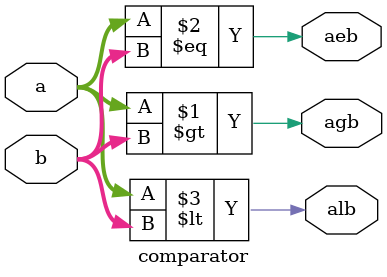
<source format=v>
`timescale 1ns / 1ps


module comparator(input [3:0]a,b, output agb,aeb,alb);

assign agb = (a>b);
assign aeb = (a==b);
assign alb = (a<b);

endmodule

</source>
